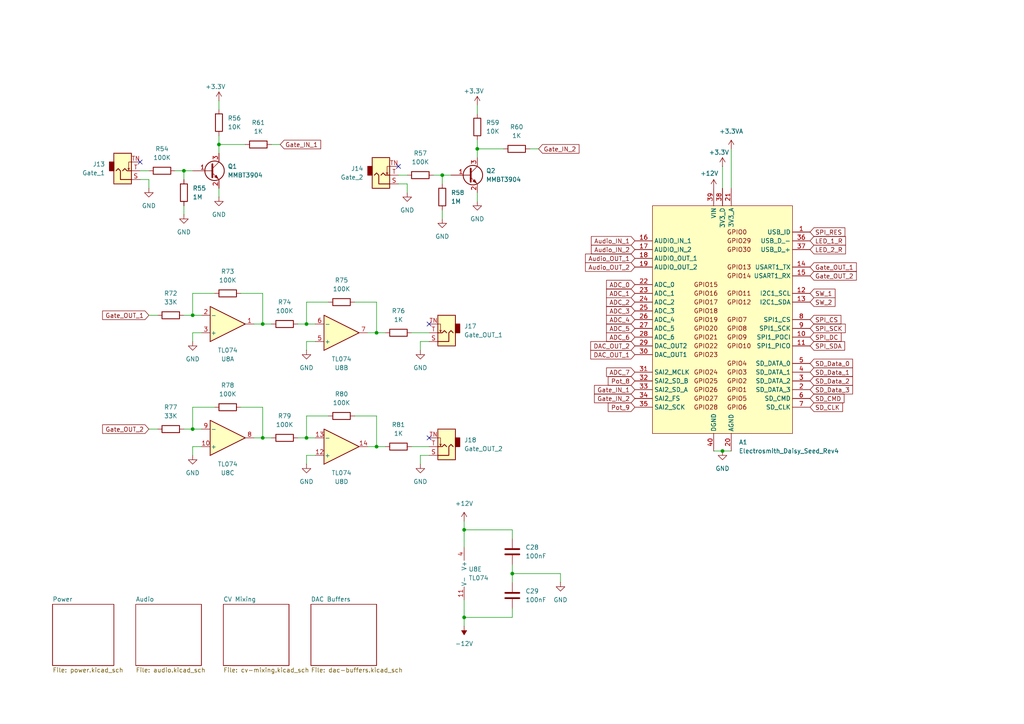
<source format=kicad_sch>
(kicad_sch (version 20231120) (generator "eeschema") (generator_version "8.0")
  (paper "A4")
  (lib_symbols
    (symbol "Amplifier_Operational:TL074" (pin_names (offset 0.127))
      (property "Reference" "U" (at 0 5.08 0))
      (property "Value" "TL074" (at 0 -5.08 0))
      (symbol "TL074_1_1"
        (polyline (pts (xy -5.08 5.08) (xy 5.08 0) (xy -5.08 -5.08) (xy -5.08 5.08)) (stroke (width 0.254)) (fill (type background)))
        (pin output line (at 7.62 0 180) (length 2.54) (name "~") (number "1"))
        (pin input line (at -7.62 -2.54 0) (length 2.54) (name "-") (number "2"))
        (pin input line (at -7.62 2.54 0) (length 2.54) (name "+") (number "3"))
      )
      (symbol "TL074_2_1"
        (polyline (pts (xy -5.08 5.08) (xy 5.08 0) (xy -5.08 -5.08) (xy -5.08 5.08)) (stroke (width 0.254)) (fill (type background)))
        (pin input line (at -7.62 2.54 0) (length 2.54) (name "+") (number "5"))
        (pin input line (at -7.62 -2.54 0) (length 2.54) (name "-") (number "6"))
        (pin output line (at 7.62 0 180) (length 2.54) (name "~") (number "7"))
      )
      (symbol "TL074_3_1"
        (polyline (pts (xy -5.08 5.08) (xy 5.08 0) (xy -5.08 -5.08) (xy -5.08 5.08)) (stroke (width 0.254)) (fill (type background)))
        (pin input line (at -7.62 2.54 0) (length 2.54) (name "+") (number "10"))
        (pin output line (at 7.62 0 180) (length 2.54) (name "~") (number "8"))
        (pin input line (at -7.62 -2.54 0) (length 2.54) (name "-") (number "9"))
      )
      (symbol "TL074_4_1"
        (polyline (pts (xy -5.08 5.08) (xy 5.08 0) (xy -5.08 -5.08) (xy -5.08 5.08)) (stroke (width 0.254)) (fill (type background)))
        (pin input line (at -7.62 2.54 0) (length 2.54) (name "+") (number "12"))
        (pin input line (at -7.62 -2.54 0) (length 2.54) (name "-") (number "13"))
        (pin output line (at 7.62 0 180) (length 2.54) (name "~") (number "14"))
      )
      (symbol "TL074_5_1"
        (pin power_in line (at -2.54 -7.62 90) (length 3.81) (name "V-") (number "11"))
        (pin power_in line (at -2.54 7.62 270) (length 3.81) (name "V+") (number "4"))
      )
    )
    (symbol "Connector_Audio:AudioJack2_SwitchT"
      (property "Reference" "J" (at 0 8.89 0))
      (property "Value" "AudioJack2_SwitchT" (at 0 6.35 0))
      (symbol "AudioJack2_SwitchT_0_1"
        (rectangle (start -2.54 0) (end -3.81 -2.54) (stroke (width 0.254)) (fill (type outline)))
        (polyline (pts (xy 1.778 -0.254) (xy 2.032 -0.762)))
        (polyline (pts (xy 0 0) (xy 0.635 -0.635) (xy 1.27 0) (xy 2.54 0)) (stroke (width 0.254)))
        (polyline (pts (xy 2.54 -2.54) (xy 1.778 -2.54) (xy 1.778 -0.254) (xy 1.524 -0.762)))
        (polyline (pts (xy 2.54 2.54) (xy -0.635 2.54) (xy -0.635 0) (xy -1.27 -0.635) (xy -1.905 0)) (stroke (width 0.254)))
        (rectangle (start 2.54 3.81) (end -2.54 -5.08) (stroke (width 0.254)) (fill (type background)))
      )
      (symbol "AudioJack2_SwitchT_1_1"
        (pin passive line (at 5.08 2.54 180) (length 2.54) (name "~") (number "S"))
        (pin passive line (at 5.08 0 180) (length 2.54) (name "~") (number "T"))
        (pin passive line (at 5.08 -2.54 180) (length 2.54) (name "~") (number "TN"))
      )
    )
    (symbol "Device:C" (pin_numbers hide) (pin_names (offset 0.254))
      (property "Reference" "C" (at 0.635 2.54 0))
      (property "Value" "C" (at 0.635 -2.54 0))
      (symbol "C_0_1"
        (polyline (pts (xy -2.032 -0.762) (xy 2.032 -0.762)) (stroke (width 0.508)))
        (polyline (pts (xy -2.032 0.762) (xy 2.032 0.762)) (stroke (width 0.508)))
      )
      (symbol "C_1_1"
        (pin passive line (at 0 3.81 270) (length 2.794) (name "~") (number "1"))
        (pin passive line (at 0 -3.81 90) (length 2.794) (name "~") (number "2"))
      )
    )
    (symbol "Device:R" (pin_numbers hide) (pin_names (offset 0))
      (property "Reference" "R" (at 2.032 0 90))
      (property "Value" "R" (at 0 0 90))
      (symbol "R_0_1"
        (rectangle (start -1.016 -2.54) (end 1.016 2.54) (stroke (width 0.254)))
      )
      (symbol "R_1_1"
        (pin passive line (at 0 3.81 270) (length 1.27) (name "~") (number "1"))
        (pin passive line (at 0 -3.81 90) (length 1.27) (name "~") (number "2"))
      )
    )
    (symbol "MCU_Module:Electrosmith_Daisy_Seed_Rev4"
      (property "Reference" "A" (at -20.32 34.29 0))
      (property "Value" "Electrosmith_Daisy_Seed_Rev4" (at 33.02 34.29 0))
      (symbol "Electrosmith_Daisy_Seed_Rev4_0_0"
        (text "GPIO0" (at 1.27 25.4 0) (effects (font (size 1.27 1.27)) (justify left)))
        (text "GPIO1" (at 1.27 -20.32 0) (effects (font (size 1.27 1.27)) (justify left)))
        (text "GPIO10" (at 1.27 -7.62 0) (effects (font (size 1.27 1.27)) (justify left)))
        (text "GPIO11" (at 1.27 7.62 0) (effects (font (size 1.27 1.27)) (justify left)))
        (text "GPIO12" (at 1.27 5.08 0) (effects (font (size 1.27 1.27)) (justify left)))
        (text "GPIO13" (at 1.27 15.24 0) (effects (font (size 1.27 1.27)) (justify left)))
        (text "GPIO14" (at 1.27 12.7 0) (effects (font (size 1.27 1.27)) (justify left)))
        (text "GPIO15" (at -1.27 10.16 0) (effects (font (size 1.27 1.27)) (justify right)))
        (text "GPIO16" (at -1.27 7.62 0) (effects (font (size 1.27 1.27)) (justify right)))
        (text "GPIO17" (at -1.27 5.08 0) (effects (font (size 1.27 1.27)) (justify right)))
        (text "GPIO18" (at -1.27 2.54 0) (effects (font (size 1.27 1.27)) (justify right)))
        (text "GPIO19" (at -1.27 0 0) (effects (font (size 1.27 1.27)) (justify right)))
        (text "GPIO2" (at 1.27 -17.78 0) (effects (font (size 1.27 1.27)) (justify left)))
        (text "GPIO20" (at -1.27 -2.54 0) (effects (font (size 1.27 1.27)) (justify right)))
        (text "GPIO21" (at -1.27 -5.08 0) (effects (font (size 1.27 1.27)) (justify right)))
        (text "GPIO22" (at -1.27 -7.62 0) (effects (font (size 1.27 1.27)) (justify right)))
        (text "GPIO23" (at -1.27 -10.16 0) (effects (font (size 1.27 1.27)) (justify right)))
        (text "GPIO24" (at -1.27 -15.24 0) (effects (font (size 1.27 1.27)) (justify right)))
        (text "GPIO25" (at -1.27 -17.78 0) (effects (font (size 1.27 1.27)) (justify right)))
        (text "GPIO26" (at -1.27 -20.32 0) (effects (font (size 1.27 1.27)) (justify right)))
        (text "GPIO27" (at -1.27 -22.86 0) (effects (font (size 1.27 1.27)) (justify right)))
        (text "GPIO28" (at -1.27 -25.4 0) (effects (font (size 1.27 1.27)) (justify right)))
        (text "GPIO29" (at 1.27 22.86 0) (effects (font (size 1.27 1.27)) (justify left)))
        (text "GPIO3" (at 1.27 -15.24 0) (effects (font (size 1.27 1.27)) (justify left)))
        (text "GPIO30" (at 1.27 20.32 0) (effects (font (size 1.27 1.27)) (justify left)))
        (text "GPIO4" (at 1.27 -12.7 0) (effects (font (size 1.27 1.27)) (justify left)))
        (text "GPIO5" (at 1.27 -22.86 0) (effects (font (size 1.27 1.27)) (justify left)))
        (text "GPIO6" (at 1.27 -25.4 0) (effects (font (size 1.27 1.27)) (justify left)))
        (text "GPIO7" (at 1.27 0 0) (effects (font (size 1.27 1.27)) (justify left)))
        (text "GPIO8" (at 1.27 -2.54 0) (effects (font (size 1.27 1.27)) (justify left)))
        (text "GPIO9" (at 1.27 -5.08 0) (effects (font (size 1.27 1.27)) (justify left)))
        (pin bidirectional line (at 25.4 25.4 180) (length 5.08) (name "USB_ID") (number "1"))
        (pin bidirectional line (at 25.4 -5.08 180) (length 5.08) (name "SPI1_POCI") (number "10"))
        (pin bidirectional line (at 25.4 -7.62 180) (length 5.08) (name "SPI1_PICO") (number "11"))
        (pin bidirectional line (at 25.4 7.62 180) (length 5.08) (name "I2C1_SCL") (number "12"))
        (pin bidirectional line (at 25.4 5.08 180) (length 5.08) (name "I2C1_SDA") (number "13"))
        (pin bidirectional line (at 25.4 15.24 180) (length 5.08) (name "USART1_TX") (number "14"))
        (pin bidirectional line (at 25.4 12.7 180) (length 5.08) (name "USART1_RX") (number "15"))
        (pin input line (at -25.4 22.86 0) (length 5.08) (name "AUDIO_IN_1") (number "16"))
        (pin input line (at -25.4 20.32 0) (length 5.08) (name "AUDIO_IN_2") (number "17"))
        (pin output line (at -25.4 17.78 0) (length 5.08) (name "AUDIO_OUT_1") (number "18"))
        (pin output line (at -25.4 15.24 0) (length 5.08) (name "AUDIO_OUT_2") (number "19"))
        (pin bidirectional line (at 25.4 -20.32 180) (length 5.08) (name "SD_DATA_3") (number "2"))
        (pin power_in line (at 2.54 -38.1 90) (length 5.08) (name "AGND") (number "20"))
        (pin power_out line (at 2.54 38.1 270) (length 5.08) (name "3V3_A") (number "21"))
        (pin bidirectional line (at -25.4 10.16 0) (length 5.08) (name "ADC_0") (number "22"))
        (pin bidirectional line (at -25.4 7.62 0) (length 5.08) (name "ADC_1") (number "23"))
        (pin bidirectional line (at -25.4 5.08 0) (length 5.08) (name "ADC_2") (number "24"))
        (pin bidirectional line (at -25.4 2.54 0) (length 5.08) (name "ADC_3") (number "25"))
        (pin bidirectional line (at -25.4 0 0) (length 5.08) (name "ADC_4") (number "26"))
        (pin bidirectional line (at -25.4 -2.54 0) (length 5.08) (name "ADC_5") (number "27"))
        (pin bidirectional line (at -25.4 -5.08 0) (length 5.08) (name "ADC_6") (number "28"))
        (pin bidirectional line (at -25.4 -7.62 0) (length 5.08) (name "DAC_OUT2") (number "29"))
        (pin bidirectional line (at 25.4 -17.78 180) (length 5.08) (name "SD_DATA_2") (number "3"))
        (pin bidirectional line (at -25.4 -10.16 0) (length 5.08) (name "DAC_OUT1") (number "30"))
        (pin bidirectional line (at -25.4 -15.24 0) (length 5.08) (name "SAI2_MCLK") (number "31"))
        (pin bidirectional line (at -25.4 -17.78 0) (length 5.08) (name "SAI2_SD_B") (number "32"))
        (pin bidirectional line (at -25.4 -20.32 0) (length 5.08) (name "SAI2_SD_A") (number "33"))
        (pin bidirectional line (at -25.4 -22.86 0) (length 5.08) (name "SAI2_FS") (number "34"))
        (pin bidirectional line (at -25.4 -25.4 0) (length 5.08) (name "SAI2_SCK") (number "35"))
        (pin bidirectional line (at 25.4 22.86 180) (length 5.08) (name "USB_D_-") (number "36"))
        (pin bidirectional line (at 25.4 20.32 180) (length 5.08) (name "USB_D_+") (number "37"))
        (pin power_out line (at 0 38.1 270) (length 5.08) (name "3V3_D") (number "38"))
        (pin power_in line (at -2.54 38.1 270) (length 5.08) (name "VIN") (number "39"))
        (pin bidirectional line (at 25.4 -15.24 180) (length 5.08) (name "SD_DATA_1") (number "4"))
        (pin power_in line (at -2.54 -38.1 90) (length 5.08) (name "DGND") (number "40"))
        (pin bidirectional line (at 25.4 -12.7 180) (length 5.08) (name "SD_DATA_0") (number "5"))
        (pin bidirectional line (at 25.4 -22.86 180) (length 5.08) (name "SD_CMD") (number "6"))
        (pin bidirectional line (at 25.4 -25.4 180) (length 5.08) (name "SD_CLK") (number "7"))
        (pin bidirectional line (at 25.4 0 180) (length 5.08) (name "SPI1_CS") (number "8"))
        (pin bidirectional line (at 25.4 -2.54 180) (length 5.08) (name "SPI1_SCK") (number "9"))
      )
      (symbol "Electrosmith_Daisy_Seed_Rev4_0_1"
        (rectangle (start -20.32 33.02) (end 20.32 -33.02) (fill (type background)))
      )
    )
    (symbol "Transistor_BJT:MMBT3904" (pin_names (offset 0) hide)
      (property "Reference" "Q" (at 5.08 1.905 0))
      (property "Value" "MMBT3904" (at 5.08 0 0))
      (symbol "MMBT3904_0_1"
        (polyline (pts (xy 0.635 0.635) (xy 2.54 2.54)))
        (polyline (pts (xy 0.635 -0.635) (xy 2.54 -2.54) (xy 2.54 -2.54)))
        (polyline (pts (xy 0.635 1.905) (xy 0.635 -1.905) (xy 0.635 -1.905)) (stroke (width 0.508)))
        (polyline (pts (xy 1.27 -1.778) (xy 1.778 -1.27) (xy 2.286 -2.286) (xy 1.27 -1.778) (xy 1.27 -1.778)) (fill (type outline)))
        (circle (center 1.27 0) (radius 2.8194) (stroke (width 0.254)))
      )
      (symbol "MMBT3904_1_1"
        (pin input line (at -5.08 0 0) (length 5.715) (name "B") (number "1"))
        (pin passive line (at 2.54 -5.08 90) (length 2.54) (name "E") (number "2"))
        (pin passive line (at 2.54 5.08 270) (length 2.54) (name "C") (number "3"))
      )
    )
    (symbol "power:+12V" (power) (pin_numbers hide) (pin_names (offset 0) hide)
      (property "Value" "+12V" (at 0 3.556 0))
      (symbol "+12V_0_1"
        (polyline (pts (xy -0.762 1.27) (xy 0 2.54)))
        (polyline (pts (xy 0 0) (xy 0 2.54)))
        (polyline (pts (xy 0 2.54) (xy 0.762 1.27)))
      )
      (symbol "+12V_1_1"
        (pin power_in line (at 0 0 90) (length 0) (name "~") (number "1"))
      )
    )
    (symbol "power:+3.3V" (power) (pin_numbers hide) (pin_names (offset 0) hide)
      (property "Value" "+3.3V" (at 0 3.556 0))
      (symbol "+3.3V_0_1"
        (polyline (pts (xy -0.762 1.27) (xy 0 2.54)))
        (polyline (pts (xy 0 0) (xy 0 2.54)))
        (polyline (pts (xy 0 2.54) (xy 0.762 1.27)))
      )
      (symbol "+3.3V_1_1"
        (pin power_in line (at 0 0 90) (length 0) (name "~") (number "1"))
      )
    )
    (symbol "power:+3.3VA" (power) (pin_numbers hide) (pin_names (offset 0) hide)
      (property "Value" "+3.3VA" (at 0 3.556 0))
      (symbol "+3.3VA_0_1"
        (polyline (pts (xy -0.762 1.27) (xy 0 2.54)))
        (polyline (pts (xy 0 0) (xy 0 2.54)))
        (polyline (pts (xy 0 2.54) (xy 0.762 1.27)))
      )
      (symbol "+3.3VA_1_1"
        (pin power_in line (at 0 0 90) (length 0) (name "~") (number "1"))
      )
    )
    (symbol "power:-12V" (power) (pin_numbers hide) (pin_names (offset 0) hide)
      (property "Value" "-12V" (at 0 3.556 0))
      (symbol "-12V_0_0"
        (pin power_in line (at 0 0 90) (length 0) (name "~") (number "1"))
      )
      (symbol "-12V_0_1"
        (polyline (pts (xy 0 0) (xy 0 1.27) (xy 0.762 1.27) (xy 0 2.54) (xy -0.762 1.27) (xy 0 1.27)) (fill (type outline)))
      )
    )
    (symbol "power:GND" (power) (pin_numbers hide) (pin_names (offset 0) hide)
      (property "Value" "GND" (at 0 -3.81 0))
      (symbol "GND_0_1"
        (polyline (pts (xy 0 0) (xy 0 -1.27) (xy 1.27 -1.27) (xy 0 -2.54) (xy -1.27 -1.27) (xy 0 -1.27)))
      )
      (symbol "GND_1_1"
        (pin power_in line (at 0 0 270) (length 0) (name "~") (number "1"))
      )
    )
  )
  (junction (at 88.9 93.98))
  (junction (at 128.27 50.8))
  (junction (at 76.2 127))
  (junction (at 63.5 41.91))
  (junction (at 134.62 153.67))
  (junction (at 134.62 179.07))
  (junction (at 55.88 124.46))
  (junction (at 148.59 166.37))
  (junction (at 55.88 91.44))
  (junction (at 209.55 130.81))
  (junction (at 53.34 49.53))
  (junction (at 138.43 43.18))
  (junction (at 109.22 96.52))
  (junction (at 76.2 93.98))
  (junction (at 88.9 127))
  (junction (at 109.22 129.54))
  (no_connect (at 115.57 48.26))
  (no_connect (at 40.64 46.99))
  (no_connect (at 124.46 127))
  (no_connect (at 124.46 93.98))
  (wire (pts (xy 53.34 62.23) (xy 53.34 59.69)))
  (wire (pts (xy 128.27 50.8) (xy 130.81 50.8)))
  (wire (pts (xy 55.88 96.52) (xy 58.42 96.52)))
  (wire (pts (xy 88.9 134.62) (xy 88.9 132.08)))
  (wire (pts (xy 124.46 132.08) (xy 121.92 132.08)))
  (wire (pts (xy 138.43 58.42) (xy 138.43 55.88)))
  (wire (pts (xy 55.88 129.54) (xy 58.42 129.54)))
  (wire (pts (xy 55.88 99.06) (xy 55.88 96.52)))
  (wire (pts (xy 88.9 93.98) (xy 86.36 93.98)))
  (wire (pts (xy 115.57 50.8) (xy 118.11 50.8)))
  (wire (pts (xy 63.5 41.91) (xy 63.5 44.45)))
  (wire (pts (xy 63.5 57.15) (xy 63.5 54.61)))
  (wire (pts (xy 106.68 129.54) (xy 109.22 129.54)))
  (wire (pts (xy 40.64 52.07) (xy 43.18 52.07)))
  (wire (pts (xy 63.5 29.21) (xy 63.5 31.75)))
  (wire (pts (xy 53.34 91.44) (xy 55.88 91.44)))
  (wire (pts (xy 69.85 118.11) (xy 76.2 118.11)))
  (wire (pts (xy 91.44 93.98) (xy 88.9 93.98)))
  (wire (pts (xy 55.88 91.44) (xy 58.42 91.44)))
  (wire (pts (xy 207.01 130.81) (xy 209.55 130.81)))
  (wire (pts (xy 88.9 132.08) (xy 91.44 132.08)))
  (wire (pts (xy 106.68 96.52) (xy 109.22 96.52)))
  (wire (pts (xy 55.88 118.11) (xy 55.88 124.46)))
  (wire (pts (xy 138.43 30.48) (xy 138.43 33.02)))
  (wire (pts (xy 138.43 40.64) (xy 138.43 43.18)))
  (wire (pts (xy 138.43 43.18) (xy 138.43 45.72)))
  (wire (pts (xy 88.9 99.06) (xy 91.44 99.06)))
  (wire (pts (xy 55.88 132.08) (xy 55.88 129.54)))
  (wire (pts (xy 43.18 124.46) (xy 45.72 124.46)))
  (wire (pts (xy 124.46 96.52) (xy 119.38 96.52)))
  (wire (pts (xy 156.21 43.18) (xy 153.67 43.18)))
  (wire (pts (xy 40.64 49.53) (xy 43.18 49.53)))
  (wire (pts (xy 124.46 99.06) (xy 121.92 99.06)))
  (wire (pts (xy 63.5 39.37) (xy 63.5 41.91)))
  (wire (pts (xy 53.34 49.53) (xy 53.34 52.07)))
  (wire (pts (xy 53.34 49.53) (xy 55.88 49.53)))
  (wire (pts (xy 109.22 87.63) (xy 109.22 96.52)))
  (wire (pts (xy 91.44 127) (xy 88.9 127)))
  (wire (pts (xy 95.25 120.65) (xy 88.9 120.65)))
  (wire (pts (xy 134.62 179.07) (xy 148.59 179.07)))
  (wire (pts (xy 148.59 176.53) (xy 148.59 179.07)))
  (wire (pts (xy 138.43 43.18) (xy 146.05 43.18)))
  (wire (pts (xy 95.25 87.63) (xy 88.9 87.63)))
  (wire (pts (xy 102.87 87.63) (xy 109.22 87.63)))
  (wire (pts (xy 43.18 52.07) (xy 43.18 54.61)))
  (wire (pts (xy 128.27 63.5) (xy 128.27 60.96)))
  (wire (pts (xy 109.22 120.65) (xy 109.22 129.54)))
  (wire (pts (xy 50.8 49.53) (xy 53.34 49.53)))
  (wire (pts (xy 76.2 118.11) (xy 76.2 127)))
  (wire (pts (xy 62.23 118.11) (xy 55.88 118.11)))
  (wire (pts (xy 88.9 101.6) (xy 88.9 99.06)))
  (wire (pts (xy 53.34 124.46) (xy 55.88 124.46)))
  (wire (pts (xy 128.27 50.8) (xy 128.27 53.34)))
  (wire (pts (xy 109.22 96.52) (xy 111.76 96.52)))
  (wire (pts (xy 148.59 153.67) (xy 134.62 153.67)))
  (wire (pts (xy 115.57 53.34) (xy 118.11 53.34)))
  (wire (pts (xy 88.9 127) (xy 86.36 127)))
  (wire (pts (xy 209.55 130.81) (xy 212.09 130.81)))
  (wire (pts (xy 76.2 93.98) (xy 78.74 93.98)))
  (wire (pts (xy 148.59 163.83) (xy 148.59 166.37)))
  (wire (pts (xy 109.22 129.54) (xy 111.76 129.54)))
  (wire (pts (xy 88.9 87.63) (xy 88.9 93.98)))
  (wire (pts (xy 134.62 151.13) (xy 134.62 153.67)))
  (wire (pts (xy 134.62 173.99) (xy 134.62 179.07)))
  (wire (pts (xy 62.23 85.09) (xy 55.88 85.09)))
  (wire (pts (xy 212.09 43.18) (xy 212.09 54.61)))
  (wire (pts (xy 88.9 120.65) (xy 88.9 127)))
  (wire (pts (xy 125.73 50.8) (xy 128.27 50.8)))
  (wire (pts (xy 121.92 132.08) (xy 121.92 134.62)))
  (wire (pts (xy 148.59 166.37) (xy 162.56 166.37)))
  (wire (pts (xy 76.2 127) (xy 73.66 127)))
  (wire (pts (xy 121.92 99.06) (xy 121.92 101.6)))
  (wire (pts (xy 55.88 124.46) (xy 58.42 124.46)))
  (wire (pts (xy 134.62 181.61) (xy 134.62 179.07)))
  (wire (pts (xy 118.11 53.34) (xy 118.11 55.88)))
  (wire (pts (xy 102.87 120.65) (xy 109.22 120.65)))
  (wire (pts (xy 69.85 85.09) (xy 76.2 85.09)))
  (wire (pts (xy 148.59 166.37) (xy 148.59 168.91)))
  (wire (pts (xy 76.2 127) (xy 78.74 127)))
  (wire (pts (xy 63.5 41.91) (xy 71.12 41.91)))
  (wire (pts (xy 43.18 91.44) (xy 45.72 91.44)))
  (wire (pts (xy 76.2 93.98) (xy 73.66 93.98)))
  (wire (pts (xy 76.2 85.09) (xy 76.2 93.98)))
  (wire (pts (xy 134.62 153.67) (xy 134.62 158.75)))
  (wire (pts (xy 55.88 85.09) (xy 55.88 91.44)))
  (wire (pts (xy 148.59 153.67) (xy 148.59 156.21)))
  (wire (pts (xy 209.55 48.26) (xy 209.55 54.61)))
  (wire (pts (xy 81.28 41.91) (xy 78.74 41.91)))
  (wire (pts (xy 162.56 168.91) (xy 162.56 166.37)))
  (wire (pts (xy 124.46 129.54) (xy 119.38 129.54)))
  (global_label "SD_Data_2" (shape input) (at 234.95 110.49 0) (property "Intersheetrefs" "${INTERSHEET_REFS}" (effects (hide yes))))
  (global_label "Gate_IN_1" (shape input) (at 184.15 113.03 180) (property "Intersheetrefs" "${INTERSHEET_REFS}" (effects (hide yes))))
  (global_label "Pot_9" (shape input) (at 184.15 118.11 180) (property "Intersheetrefs" "${INTERSHEET_REFS}" (effects (hide yes))))
  (global_label "Audio_IN_2" (shape input) (at 184.15 72.39 180) (property "Intersheetrefs" "${INTERSHEET_REFS}" (effects (hide yes))))
  (global_label "LED_1_R" (shape input) (at 234.95 69.85 0) (property "Intersheetrefs" "${INTERSHEET_REFS}" (effects (hide yes))))
  (global_label "SPI_SCK" (shape input) (at 234.95 95.25 0) (property "Intersheetrefs" "${INTERSHEET_REFS}" (effects (hide yes))))
  (global_label "SPI_CS" (shape input) (at 234.95 92.71 0) (property "Intersheetrefs" "${INTERSHEET_REFS}" (effects (hide yes))))
  (global_label "DAC_OUT_2" (shape input) (at 184.15 100.33 180) (property "Intersheetrefs" "${INTERSHEET_REFS}" (effects (hide yes))))
  (global_label "SD_Data_1" (shape input) (at 234.95 107.95 0) (property "Intersheetrefs" "${INTERSHEET_REFS}" (effects (hide yes))))
  (global_label "ADC_2" (shape input) (at 184.15 87.63 180) (property "Intersheetrefs" "${INTERSHEET_REFS}" (effects (hide yes))))
  (global_label "Gate_IN_2" (shape input) (at 184.15 115.57 180) (property "Intersheetrefs" "${INTERSHEET_REFS}" (effects (hide yes))))
  (global_label "SD_CLK" (shape input) (at 234.95 118.11 0) (property "Intersheetrefs" "${INTERSHEET_REFS}" (effects (hide yes))))
  (global_label "LED_2_R" (shape input) (at 234.95 72.39 0) (property "Intersheetrefs" "${INTERSHEET_REFS}" (effects (hide yes))))
  (global_label "SW_2" (shape input) (at 234.95 87.63 0) (property "Intersheetrefs" "${INTERSHEET_REFS}" (effects (hide yes))))
  (global_label "Gate_IN_2" (shape input) (at 156.21 43.18 0) (property "Intersheetrefs" "${INTERSHEET_REFS}" (effects (hide yes))))
  (global_label "SD_Data_3" (shape input) (at 234.95 113.03 0) (property "Intersheetrefs" "${INTERSHEET_REFS}" (effects (hide yes))))
  (global_label "Gate_OUT_2" (shape input) (at 234.95 80.01 0) (property "Intersheetrefs" "${INTERSHEET_REFS}" (effects (hide yes))))
  (global_label "SD_Data_0" (shape input) (at 234.95 105.41 0) (property "Intersheetrefs" "${INTERSHEET_REFS}" (effects (hide yes))))
  (global_label "ADC_1" (shape input) (at 184.15 85.09 180) (property "Intersheetrefs" "${INTERSHEET_REFS}" (effects (hide yes))))
  (global_label "Audio_IN_1" (shape input) (at 184.15 69.85 180) (property "Intersheetrefs" "${INTERSHEET_REFS}" (effects (hide yes))))
  (global_label "SPI_SDA" (shape input) (at 234.95 100.33 0) (property "Intersheetrefs" "${INTERSHEET_REFS}" (effects (hide yes))))
  (global_label "ADC_3" (shape input) (at 184.15 90.17 180) (property "Intersheetrefs" "${INTERSHEET_REFS}" (effects (hide yes))))
  (global_label "Gate_OUT_1" (shape input) (at 234.95 77.47 0) (property "Intersheetrefs" "${INTERSHEET_REFS}" (effects (hide yes))))
  (global_label "SW_1" (shape input) (at 234.95 85.09 0) (property "Intersheetrefs" "${INTERSHEET_REFS}" (effects (hide yes))))
  (global_label "Pot_8" (shape input) (at 184.15 110.49 180) (property "Intersheetrefs" "${INTERSHEET_REFS}" (effects (hide yes))))
  (global_label "Gate_OUT_1" (shape input) (at 43.18 91.44 180) (property "Intersheetrefs" "${INTERSHEET_REFS}" (effects (hide yes))))
  (global_label "Audio_OUT_1" (shape input) (at 184.15 74.93 180) (property "Intersheetrefs" "${INTERSHEET_REFS}" (effects (hide yes))))
  (global_label "Audio_OUT_2" (shape input) (at 184.15 77.47 180) (property "Intersheetrefs" "${INTERSHEET_REFS}" (effects (hide yes))))
  (global_label "ADC_0" (shape input) (at 184.15 82.55 180) (property "Intersheetrefs" "${INTERSHEET_REFS}" (effects (hide yes))))
  (global_label "ADC_6" (shape input) (at 184.15 97.79 180) (property "Intersheetrefs" "${INTERSHEET_REFS}" (effects (hide yes))))
  (global_label "ADC_4" (shape input) (at 184.15 92.71 180) (property "Intersheetrefs" "${INTERSHEET_REFS}" (effects (hide yes))))
  (global_label "ADC_7" (shape input) (at 184.15 107.95 180) (property "Intersheetrefs" "${INTERSHEET_REFS}" (effects (hide yes))))
  (global_label "Gate_OUT_2" (shape input) (at 43.18 124.46 180) (property "Intersheetrefs" "${INTERSHEET_REFS}" (effects (hide yes))))
  (global_label "SD_CMD" (shape input) (at 234.95 115.57 0) (property "Intersheetrefs" "${INTERSHEET_REFS}" (effects (hide yes))))
  (global_label "DAC_OUT_1" (shape input) (at 184.15 102.87 180) (property "Intersheetrefs" "${INTERSHEET_REFS}" (effects (hide yes))))
  (global_label "ADC_5" (shape input) (at 184.15 95.25 180) (property "Intersheetrefs" "${INTERSHEET_REFS}" (effects (hide yes))))
  (global_label "Gate_IN_1" (shape input) (at 81.28 41.91 0) (property "Intersheetrefs" "${INTERSHEET_REFS}" (effects (hide yes))))
  (global_label "SPI_DC" (shape input) (at 234.95 97.79 0) (property "Intersheetrefs" "${INTERSHEET_REFS}" (effects (hide yes))))
  (global_label "SPI_RES" (shape input) (at 234.95 67.31 0) (property "Intersheetrefs" "${INTERSHEET_REFS}" (effects (hide yes))))
  (symbol (lib_id "power:GND") (at 118.11 55.88 0) (unit 1)
    (property "Reference" "#PWR045" (effects (hide yes)))
    (property "Value" "GND" (at 118.11 60.96 0))
    (property "Description" "Power symbol creates a global label with name \"GND\" , ground" (effects (hide yes)))
  )
  (symbol (lib_id "Device:R") (at 49.53 124.46 90) (unit 1)
    (property "Reference" "R77" (at 49.53 118.11 90))
    (property "Value" "33K" (at 49.53 120.65 90))
    (property "Footprint" "Resistor_SMD:R_0805_2012Metric_Pad1.20x1.40mm_HandSolder" (effects (hide yes)))
    (property "Description" "Resistor" (effects (hide yes)))
  )
  (symbol (lib_id "Device:R") (at 115.57 129.54 90) (unit 1)
    (property "Reference" "R81" (at 115.57 123.19 90))
    (property "Value" "1K" (at 115.57 125.73 90))
    (property "Footprint" "Resistor_SMD:R_0805_2012Metric_Pad1.20x1.40mm_HandSolder" (effects (hide yes)))
    (property "Description" "Resistor" (effects (hide yes)))
  )
  (symbol (lib_id "Amplifier_Operational:TL074") (at 99.06 96.52 0) (mirror x) (unit 2)
    (property "Reference" "U8" (at 99.06 106.68 0))
    (property "Value" "TL074" (at 99.06 104.14 0))
    (property "Footprint" "Package_SO:SOIC-14_3.9x8.7mm_P1.27mm" (effects (hide yes)))
    (property "Datasheet" "http://www.ti.com/lit/ds/symlink/tl071.pdf" (effects (hide yes)))
    (property "Description" "Quad Low-Noise JFET-Input Operational Amplifiers, DIP-14/SOIC-14" (effects (hide yes)))
  )
  (symbol (lib_id "Device:R") (at 82.55 93.98 90) (unit 1)
    (property "Reference" "R74" (at 82.55 87.63 90))
    (property "Value" "100K" (at 82.55 90.17 90))
    (property "Footprint" "Resistor_SMD:R_0805_2012Metric_Pad1.20x1.40mm_HandSolder" (effects (hide yes)))
    (property "Description" "Resistor" (effects (hide yes)))
  )
  (symbol (lib_id "power:GND") (at 53.34 62.23 0) (unit 1)
    (property "Reference" "#PWR042" (effects (hide yes)))
    (property "Value" "GND" (at 53.34 67.31 0))
    (property "Description" "Power symbol creates a global label with name \"GND\" , ground" (effects (hide yes)))
  )
  (symbol (lib_id "Amplifier_Operational:TL074") (at 99.06 129.54 0) (mirror x) (unit 4)
    (property "Reference" "U8" (at 99.06 139.7 0))
    (property "Value" "TL074" (at 99.06 137.16 0))
    (property "Footprint" "Package_SO:SOIC-14_3.9x8.7mm_P1.27mm" (effects (hide yes)))
    (property "Datasheet" "http://www.ti.com/lit/ds/symlink/tl071.pdf" (effects (hide yes)))
    (property "Description" "Quad Low-Noise JFET-Input Operational Amplifiers, DIP-14/SOIC-14" (effects (hide yes)))
  )
  (symbol (lib_id "power:GND") (at 55.88 99.06 0) (unit 1)
    (property "Reference" "#PWR062" (effects (hide yes)))
    (property "Value" "GND" (at 55.88 104.14 0))
    (property "Description" "Power symbol creates a global label with name \"GND\" , ground" (effects (hide yes)))
  )
  (symbol (lib_id "power:GND") (at 162.56 168.91 0) (unit 1)
    (property "Reference" "#PWR061" (effects (hide yes)))
    (property "Value" "GND" (at 162.56 173.99 0))
    (property "Description" "Power symbol creates a global label with name \"GND\" , ground" (effects (hide yes)))
  )
  (symbol (lib_id "Device:R") (at 49.53 91.44 90) (unit 1)
    (property "Reference" "R72" (at 49.53 85.09 90))
    (property "Value" "33K" (at 49.53 87.63 90))
    (property "Footprint" "Resistor_SMD:R_0805_2012Metric_Pad1.20x1.40mm_HandSolder" (effects (hide yes)))
    (property "Description" "Resistor" (effects (hide yes)))
  )
  (symbol (lib_id "power:GND") (at 63.5 57.15 0) (unit 1)
    (property "Reference" "#PWR043" (effects (hide yes)))
    (property "Value" "GND" (at 63.5 62.23 0))
    (property "Description" "Power symbol creates a global label with name \"GND\" , ground" (effects (hide yes)))
  )
  (symbol (lib_id "power:+12V") (at 207.01 54.61 0) (unit 1)
    (property "Reference" "#PWR04" (effects (hide yes)))
    (property "Value" "+12V" (at 205.74 50.292 0))
    (property "Description" "Power symbol creates a global label with name \"+12V\"" (effects (hide yes)))
  )
  (symbol (lib_id "Device:R") (at 138.43 36.83 180) (unit 1)
    (property "Reference" "R59" (at 140.97 35.5599 0) (effects (justify right)))
    (property "Value" "10K" (at 140.97 38.0999 0) (effects (justify right)))
    (property "Footprint" "Resistor_SMD:R_0805_2012Metric_Pad1.20x1.40mm_HandSolder" (effects (hide yes)))
    (property "Description" "Resistor" (effects (hide yes)))
  )
  (symbol (lib_id "Device:C") (at 148.59 160.02 0) (unit 1)
    (property "Reference" "C28" (at 152.4 158.7499 0) (effects (justify left)))
    (property "Value" "100nF" (at 152.4 161.2899 0) (effects (justify left)))
    (property "Footprint" "Capacitor_SMD:C_0805_2012Metric_Pad1.18x1.45mm_HandSolder" (effects (hide yes)))
    (property "Description" "Unpolarized capacitor" (effects (hide yes)))
  )
  (symbol (lib_id "power:-12V") (at 134.62 181.61 180) (unit 1)
    (property "Reference" "#PWR060" (effects (hide yes)))
    (property "Value" "-12V" (at 134.62 186.69 0))
    (property "Description" "Power symbol creates a global label with name \"-12V\"" (effects (hide yes)))
  )
  (symbol (lib_id "Device:R") (at 66.04 118.11 90) (unit 1)
    (property "Reference" "R78" (at 66.04 111.76 90))
    (property "Value" "100K" (at 66.04 114.3 90))
    (property "Footprint" "Resistor_SMD:R_0805_2012Metric_Pad1.20x1.40mm_HandSolder" (effects (hide yes)))
    (property "Description" "Resistor" (effects (hide yes)))
  )
  (symbol (lib_id "Connector_Audio:AudioJack2_SwitchT") (at 110.49 50.8 0) (mirror x) (unit 1)
    (property "Reference" "J14" (at 105.41 48.8949 0) (effects (justify right)))
    (property "Value" "Gate_2" (at 105.41 51.4349 0) (effects (justify right)))
    (property "Footprint" "Connector_Audio:Jack_3.5mm_QingPu_WQP-PJ398SM_Vertical_CircularHoles" (effects (hide yes)))
    (property "Description" "Audio Jack, 2 Poles (Mono / TS), Switched T Pole (Normalling)" (effects (hide yes)))
  )
  (symbol (lib_id "power:GND") (at 43.18 54.61 0) (unit 1)
    (property "Reference" "#PWR041" (effects (hide yes)))
    (property "Value" "GND" (at 43.18 59.69 0))
    (property "Description" "Power symbol creates a global label with name \"GND\" , ground" (effects (hide yes)))
  )
  (symbol (lib_id "Device:R") (at 128.27 57.15 180) (unit 1)
    (property "Reference" "R58" (at 130.81 55.8799 0) (effects (justify right)))
    (property "Value" "1M" (at 130.81 58.4199 0) (effects (justify right)))
    (property "Footprint" "Resistor_SMD:R_0805_2012Metric_Pad1.20x1.40mm_HandSolder" (effects (hide yes)))
    (property "Description" "Resistor" (effects (hide yes)))
  )
  (symbol (lib_id "Device:R") (at 63.5 35.56 180) (unit 1)
    (property "Reference" "R56" (at 66.04 34.2899 0) (effects (justify right)))
    (property "Value" "10K" (at 66.04 36.8299 0) (effects (justify right)))
    (property "Footprint" "Resistor_SMD:R_0805_2012Metric_Pad1.20x1.40mm_HandSolder" (effects (hide yes)))
    (property "Description" "Resistor" (effects (hide yes)))
  )
  (symbol (lib_id "Amplifier_Operational:TL074") (at 137.16 166.37 0) (unit 5)
    (property "Reference" "U8" (at 135.89 165.0999 0) (effects (justify left)))
    (property "Value" "TL074" (at 135.89 167.6399 0) (effects (justify left)))
    (property "Footprint" "Package_SO:SOIC-14_3.9x8.7mm_P1.27mm" (effects (hide yes)))
    (property "Datasheet" "http://www.ti.com/lit/ds/symlink/tl071.pdf" (effects (hide yes)))
    (property "Description" "Quad Low-Noise JFET-Input Operational Amplifiers, DIP-14/SOIC-14" (effects (hide yes)))
  )
  (symbol (lib_id "power:+3.3V") (at 209.55 48.26 0) (unit 1)
    (property "Reference" "#PWR02" (effects (hide yes)))
    (property "Value" "+3.3V" (at 208.534 44.196 0))
    (property "Description" "Power symbol creates a global label with name \"+3.3V\"" (effects (hide yes)))
  )
  (symbol (lib_id "power:+12V") (at 134.62 151.13 0) (unit 1)
    (property "Reference" "#PWR059" (effects (hide yes)))
    (property "Value" "+12V" (at 134.62 146.05 0))
    (property "Description" "Power symbol creates a global label with name \"+12V\"" (effects (hide yes)))
  )
  (symbol (lib_id "power:+3.3V") (at 138.43 30.48 0) (unit 1)
    (property "Reference" "#PWR047" (effects (hide yes)))
    (property "Value" "+3.3V" (at 137.414 26.416 0))
    (property "Description" "Power symbol creates a global label with name \"+3.3V\"" (effects (hide yes)))
  )
  (symbol (lib_id "power:GND") (at 128.27 63.5 0) (unit 1)
    (property "Reference" "#PWR046" (effects (hide yes)))
    (property "Value" "GND" (at 128.27 68.58 0))
    (property "Description" "Power symbol creates a global label with name \"GND\" , ground" (effects (hide yes)))
  )
  (symbol (lib_id "Device:R") (at 46.99 49.53 90) (unit 1)
    (property "Reference" "R54" (at 46.99 43.18 90))
    (property "Value" "100K" (at 46.99 45.72 90))
    (property "Footprint" "Resistor_SMD:R_0805_2012Metric_Pad1.20x1.40mm_HandSolder" (effects (hide yes)))
    (property "Description" "Resistor" (effects (hide yes)))
  )
  (symbol (lib_id "power:+3.3V") (at 63.5 29.21 0) (unit 1)
    (property "Reference" "#PWR044" (effects (hide yes)))
    (property "Value" "+3.3V" (at 62.484 25.146 0))
    (property "Description" "Power symbol creates a global label with name \"+3.3V\"" (effects (hide yes)))
  )
  (symbol (lib_id "Device:R") (at 74.93 41.91 90) (unit 1)
    (property "Reference" "R61" (at 74.93 35.56 90))
    (property "Value" "1K" (at 74.93 38.1 90))
    (property "Footprint" "Resistor_SMD:R_0805_2012Metric_Pad1.20x1.40mm_HandSolder" (effects (hide yes)))
    (property "Description" "Resistor" (effects (hide yes)))
  )
  (symbol (lib_id "power:GND") (at 121.92 101.6 0) (unit 1)
    (property "Reference" "#PWR064" (effects (hide yes)))
    (property "Value" "GND" (at 121.92 106.68 0))
    (property "Description" "Power symbol creates a global label with name \"GND\" , ground" (effects (hide yes)))
  )
  (symbol (lib_id "power:GND") (at 138.43 58.42 0) (unit 1)
    (property "Reference" "#PWR048" (effects (hide yes)))
    (property "Value" "GND" (at 138.43 63.5 0))
    (property "Description" "Power symbol creates a global label with name \"GND\" , ground" (effects (hide yes)))
  )
  (symbol (lib_id "Transistor_BJT:MMBT3904") (at 135.89 50.8 0) (unit 1)
    (property "Reference" "Q2" (at 140.97 49.5299 0) (effects (justify left)))
    (property "Value" "MMBT3904" (at 140.97 52.0699 0) (effects (justify left)))
    (property "Footprint" "Package_TO_SOT_SMD:SOT-23" (effects (hide yes)))
    (property "Datasheet" "https://www.onsemi.com/pdf/datasheet/pzt3904-d.pdf" (effects (hide yes)))
    (property "Description" "0.2A Ic, 40V Vce, Small Signal NPN Transistor, SOT-23" (effects (hide yes)))
  )
  (symbol (lib_id "Connector_Audio:AudioJack2_SwitchT") (at 35.56 49.53 0) (mirror x) (unit 1)
    (property "Reference" "J13" (at 30.48 47.6249 0) (effects (justify right)))
    (property "Value" "Gate_1" (at 30.48 50.1649 0) (effects (justify right)))
    (property "Footprint" "Connector_Audio:Jack_3.5mm_QingPu_WQP-PJ398SM_Vertical_CircularHoles" (effects (hide yes)))
    (property "Description" "Audio Jack, 2 Poles (Mono / TS), Switched T Pole (Normalling)" (effects (hide yes)))
  )
  (symbol (lib_id "Device:R") (at 99.06 120.65 90) (unit 1)
    (property "Reference" "R80" (at 99.06 114.3 90))
    (property "Value" "100K" (at 99.06 116.84 90))
    (property "Footprint" "Resistor_SMD:R_0805_2012Metric_Pad1.20x1.40mm_HandSolder" (effects (hide yes)))
    (property "Description" "Resistor" (effects (hide yes)))
  )
  (symbol (lib_id "Device:R") (at 115.57 96.52 90) (unit 1)
    (property "Reference" "R76" (at 115.57 90.17 90))
    (property "Value" "1K" (at 115.57 92.71 90))
    (property "Footprint" "Resistor_SMD:R_0805_2012Metric_Pad1.20x1.40mm_HandSolder" (effects (hide yes)))
    (property "Description" "Resistor" (effects (hide yes)))
  )
  (symbol (lib_id "Device:C") (at 148.59 172.72 0) (unit 1)
    (property "Reference" "C29" (at 152.4 171.4499 0) (effects (justify left)))
    (property "Value" "100nF" (at 152.4 173.9899 0) (effects (justify left)))
    (property "Footprint" "Capacitor_SMD:C_0805_2012Metric_Pad1.18x1.45mm_HandSolder" (effects (hide yes)))
    (property "Description" "Unpolarized capacitor" (effects (hide yes)))
  )
  (symbol (lib_id "Connector_Audio:AudioJack2_SwitchT") (at 129.54 96.52 180) (unit 1)
    (property "Reference" "J17" (at 134.62 94.6149 0) (effects (justify right)))
    (property "Value" "Gate_OUT_1" (at 134.62 97.1549 0) (effects (justify right)))
    (property "Footprint" "Connector_Audio:Jack_3.5mm_QingPu_WQP-PJ398SM_Vertical_CircularHoles" (effects (hide yes)))
    (property "Description" "Audio Jack, 2 Poles (Mono / TS), Switched T Pole (Normalling)" (effects (hide yes)))
  )
  (symbol (lib_id "power:+3.3VA") (at 212.09 43.18 0) (unit 1)
    (property "Reference" "#PWR03" (effects (hide yes)))
    (property "Value" "+3.3VA" (at 212.09 38.1 0))
    (property "Description" "Power symbol creates a global label with name \"+3.3VA\"" (effects (hide yes)))
  )
  (symbol (lib_id "power:GND") (at 209.55 130.81 0) (unit 1)
    (property "Reference" "#PWR01" (effects (hide yes)))
    (property "Value" "GND" (at 209.55 135.89 0))
    (property "Description" "Power symbol creates a global label with name \"GND\" , ground" (effects (hide yes)))
  )
  (symbol (lib_id "power:GND") (at 88.9 134.62 0) (unit 1)
    (property "Reference" "#PWR066" (effects (hide yes)))
    (property "Value" "GND" (at 88.9 139.7 0))
    (property "Description" "Power symbol creates a global label with name \"GND\" , ground" (effects (hide yes)))
  )
  (symbol (lib_id "Transistor_BJT:MMBT3904") (at 60.96 49.53 0) (unit 1)
    (property "Reference" "Q1" (at 66.04 48.2599 0) (effects (justify left)))
    (property "Value" "MMBT3904" (at 66.04 50.7999 0) (effects (justify left)))
    (property "Footprint" "Package_TO_SOT_SMD:SOT-23" (effects (hide yes)))
    (property "Datasheet" "https://www.onsemi.com/pdf/datasheet/pzt3904-d.pdf" (effects (hide yes)))
    (property "Description" "0.2A Ic, 40V Vce, Small Signal NPN Transistor, SOT-23" (effects (hide yes)))
  )
  (symbol (lib_id "Device:R") (at 149.86 43.18 90) (unit 1)
    (property "Reference" "R60" (at 149.86 36.83 90))
    (property "Value" "1K" (at 149.86 39.37 90))
    (property "Footprint" "Resistor_SMD:R_0805_2012Metric_Pad1.20x1.40mm_HandSolder" (effects (hide yes)))
    (property "Description" "Resistor" (effects (hide yes)))
  )
  (symbol (lib_id "MCU_Module:Electrosmith_Daisy_Seed_Rev4") (at 209.55 92.71 0) (unit 1)
    (property "Reference" "A1" (at 214.2841 128.27 0) (effects (justify left)))
    (property "Value" "Electrosmith_Daisy_Seed_Rev4" (at 214.2841 130.81 0) (effects (justify left)))
    (property "Footprint" "Module:Electrosmith_Daisy_Seed" (effects (hide yes)))
    (property "Datasheet" "https://static1.squarespace.com/static/58d03fdc1b10e3bf442567b8/t/6227e6236f02fb68d1577146/1646781988478/Daisy_Seed_datasheet_v1.0.3.pdf" (effects (hide yes)))
    (property "Description" "Daisy is an embedded platform for music." (effects (hide yes)))
  )
  (symbol (lib_id "Device:R") (at 121.92 50.8 90) (unit 1)
    (property "Reference" "R57" (at 121.92 44.45 90))
    (property "Value" "100K" (at 121.92 46.99 90))
    (property "Footprint" "Resistor_SMD:R_0805_2012Metric_Pad1.20x1.40mm_HandSolder" (effects (hide yes)))
    (property "Description" "Resistor" (effects (hide yes)))
  )
  (symbol (lib_id "Amplifier_Operational:TL074") (at 66.04 93.98 0) (mirror x) (unit 1)
    (property "Reference" "U8" (at 66.04 104.14 0))
    (property "Value" "TL074" (at 66.04 101.6 0))
    (property "Footprint" "Package_SO:SOIC-14_3.9x8.7mm_P1.27mm" (effects (hide yes)))
    (property "Datasheet" "http://www.ti.com/lit/ds/symlink/tl071.pdf" (effects (hide yes)))
    (property "Description" "Quad Low-Noise JFET-Input Operational Amplifiers, DIP-14/SOIC-14" (effects (hide yes)))
  )
  (symbol (lib_id "Connector_Audio:AudioJack2_SwitchT") (at 129.54 129.54 180) (unit 1)
    (property "Reference" "J18" (at 134.62 127.6349 0) (effects (justify right)))
    (property "Value" "Gate_OUT_2" (at 134.62 130.1749 0) (effects (justify right)))
    (property "Footprint" "Connector_Audio:Jack_3.5mm_QingPu_WQP-PJ398SM_Vertical_CircularHoles" (effects (hide yes)))
    (property "Description" "Audio Jack, 2 Poles (Mono / TS), Switched T Pole (Normalling)" (effects (hide yes)))
  )
  (symbol (lib_id "Device:R") (at 66.04 85.09 90) (unit 1)
    (property "Reference" "R73" (at 66.04 78.74 90))
    (property "Value" "100K" (at 66.04 81.28 90))
    (property "Footprint" "Resistor_SMD:R_0805_2012Metric_Pad1.20x1.40mm_HandSolder" (effects (hide yes)))
    (property "Description" "Resistor" (effects (hide yes)))
  )
  (symbol (lib_id "Device:R") (at 53.34 55.88 180) (unit 1)
    (property "Reference" "R55" (at 55.88 54.6099 0) (effects (justify right)))
    (property "Value" "1M" (at 55.88 57.1499 0) (effects (justify right)))
    (property "Footprint" "Resistor_SMD:R_0805_2012Metric_Pad1.20x1.40mm_HandSolder" (effects (hide yes)))
    (property "Description" "Resistor" (effects (hide yes)))
  )
  (symbol (lib_id "Device:R") (at 99.06 87.63 90) (unit 1)
    (property "Reference" "R75" (at 99.06 81.28 90))
    (property "Value" "100K" (at 99.06 83.82 90))
    (property "Footprint" "Resistor_SMD:R_0805_2012Metric_Pad1.20x1.40mm_HandSolder" (effects (hide yes)))
    (property "Description" "Resistor" (effects (hide yes)))
  )
  (symbol (lib_id "power:GND") (at 88.9 101.6 0) (unit 1)
    (property "Reference" "#PWR063" (effects (hide yes)))
    (property "Value" "GND" (at 88.9 106.68 0))
    (property "Description" "Power symbol creates a global label with name \"GND\" , ground" (effects (hide yes)))
  )
  (symbol (lib_id "power:GND") (at 121.92 134.62 0) (unit 1)
    (property "Reference" "#PWR067" (effects (hide yes)))
    (property "Value" "GND" (at 121.92 139.7 0))
    (property "Description" "Power symbol creates a global label with name \"GND\" , ground" (effects (hide yes)))
  )
  (symbol (lib_id "Amplifier_Operational:TL074") (at 66.04 127 0) (mirror x) (unit 3)
    (property "Reference" "U8" (at 66.04 137.16 0))
    (property "Value" "TL074" (at 66.04 134.62 0))
    (property "Footprint" "Package_SO:SOIC-14_3.9x8.7mm_P1.27mm" (effects (hide yes)))
    (property "Datasheet" "http://www.ti.com/lit/ds/symlink/tl071.pdf" (effects (hide yes)))
    (property "Description" "Quad Low-Noise JFET-Input Operational Amplifiers, DIP-14/SOIC-14" (effects (hide yes)))
  )
  (symbol (lib_id "Device:R") (at 82.55 127 90) (unit 1)
    (property "Reference" "R79" (at 82.55 120.65 90))
    (property "Value" "100K" (at 82.55 123.19 90))
    (property "Footprint" "Resistor_SMD:R_0805_2012Metric_Pad1.20x1.40mm_HandSolder" (effects (hide yes)))
    (property "Description" "Resistor" (effects (hide yes)))
  )
  (symbol (lib_id "power:GND") (at 55.88 132.08 0) (unit 1)
    (property "Reference" "#PWR065" (effects (hide yes)))
    (property "Value" "GND" (at 55.88 137.16 0))
    (property "Description" "Power symbol creates a global label with name \"GND\" , ground" (effects (hide yes)))
  )
  (sheet (at 39.37 175.26) (size 19.05 17.78) (stroke (width 0.1524))
    (property "Sheetname" "Audio" (at 39.37 174.5484 0) (effects (justify left bottom)))
    (property "Sheetfile" "audio.kicad_sch" (at 39.37 193.6246 0) (effects (justify left top)))
  )
  (sheet (at 15.24 175.26) (size 17.78 17.78) (stroke (width 0.1524))
    (property "Sheetname" "Power" (at 15.24 174.5484 0) (effects (justify left bottom)))
    (property "Sheetfile" "power.kicad_sch" (at 15.24 193.6246 0) (effects (justify left top)))
  )
  (sheet (at 64.77 175.26) (size 19.05 17.78) (stroke (width 0.1524))
    (property "Sheetname" "CV Mixing" (at 64.77 174.5484 0) (effects (justify left bottom)))
    (property "Sheetfile" "cv-mixing.kicad_sch" (at 64.77 193.6246 0) (effects (justify left top)))
  )
  (sheet (at 90.17 175.26) (size 19.05 17.78) (stroke (width 0.1524))
    (property "Sheetname" "DAC Buffers" (at 90.17 174.5484 0) (effects (justify left bottom)))
    (property "Sheetfile" "dac-buffers.kicad_sch" (at 90.17 193.6246 0) (effects (justify left top)))
  )
)
</source>
